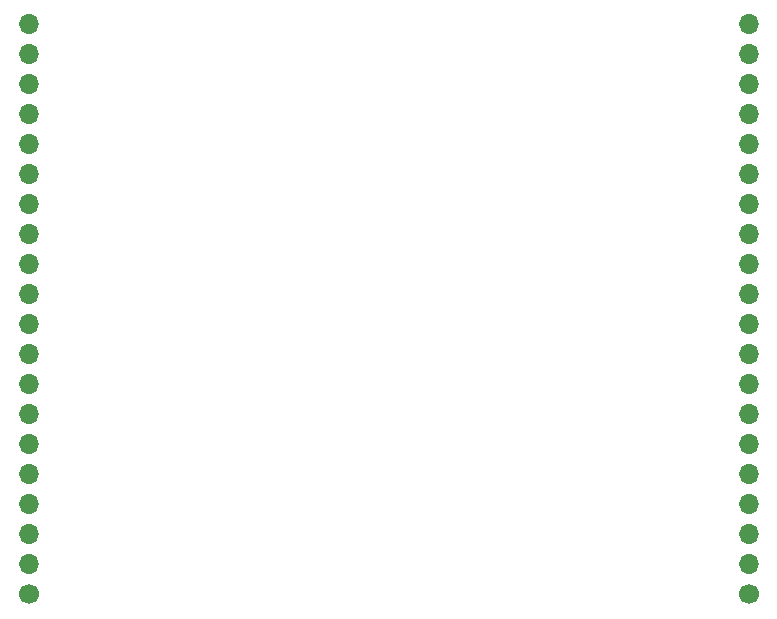
<source format=gbr>
%TF.GenerationSoftware,KiCad,Pcbnew,(6.0.5)*%
%TF.CreationDate,2022-08-29T20:00:15+10:00*%
%TF.ProjectId,shield,73686965-6c64-42e6-9b69-6361645f7063,rev?*%
%TF.SameCoordinates,Original*%
%TF.FileFunction,Soldermask,Top*%
%TF.FilePolarity,Negative*%
%FSLAX46Y46*%
G04 Gerber Fmt 4.6, Leading zero omitted, Abs format (unit mm)*
G04 Created by KiCad (PCBNEW (6.0.5)) date 2022-08-29 20:00:15*
%MOMM*%
%LPD*%
G01*
G04 APERTURE LIST*
%ADD10C,1.700000*%
%ADD11O,1.700000X1.700000*%
G04 APERTURE END LIST*
D10*
%TO.C,J2*%
X111760003Y-113030000D03*
D11*
X111760000Y-110490000D03*
X111760000Y-107950000D03*
X111760000Y-105410000D03*
X111760000Y-102870000D03*
X111760000Y-100330000D03*
X111760000Y-97790000D03*
X111760000Y-95250000D03*
X111760000Y-92710000D03*
X111760000Y-90170000D03*
X111760000Y-87630000D03*
X111760000Y-85090000D03*
X111760000Y-82550000D03*
X111760000Y-80010000D03*
X111760000Y-77470000D03*
X111760000Y-74930000D03*
X111760000Y-72390000D03*
X111760000Y-69850000D03*
X111760000Y-67310000D03*
X111760000Y-64770000D03*
%TD*%
D10*
%TO.C,J1*%
X50800000Y-113030000D03*
D11*
X50800000Y-110490000D03*
X50800000Y-107950000D03*
X50800000Y-105410000D03*
X50800000Y-102870000D03*
X50800000Y-100330000D03*
X50800000Y-97790000D03*
X50800000Y-95250000D03*
X50800000Y-92710000D03*
X50800000Y-90170000D03*
X50800000Y-87630000D03*
X50800000Y-85090000D03*
X50800000Y-82550000D03*
X50800000Y-80010000D03*
X50800000Y-77470000D03*
X50800000Y-74930000D03*
X50800000Y-72390000D03*
X50800000Y-69850000D03*
X50800000Y-67310000D03*
X50800000Y-64770000D03*
%TD*%
M02*

</source>
